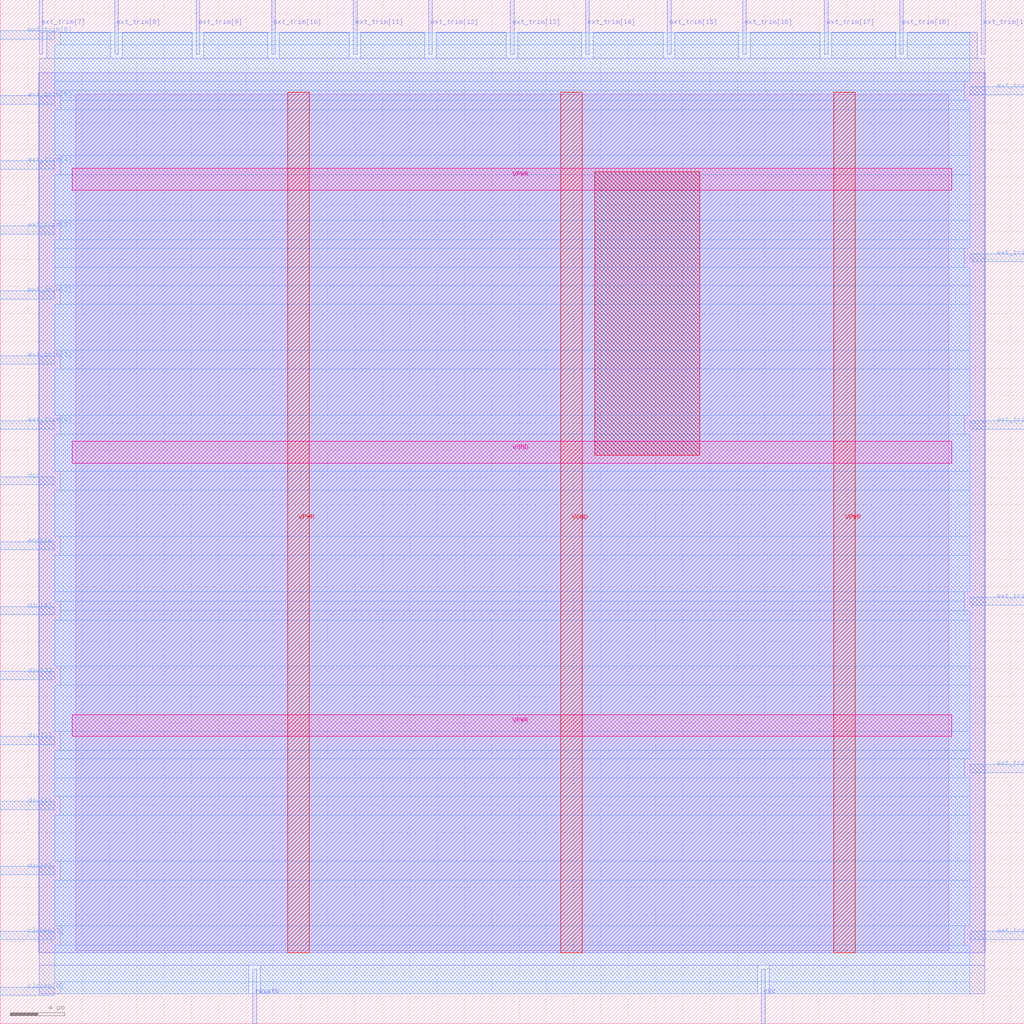
<source format=lef>
VERSION 5.7 ;
  NOWIREEXTENSIONATPIN ON ;
  DIVIDERCHAR "/" ;
  BUSBITCHARS "[]" ;
MACRO digital_pll
  CLASS BLOCK ;
  FOREIGN digital_pll ;
  ORIGIN 0.000 0.000 ;
  SIZE 75.000 BY 75.000 ;
  PIN VGND
    DIRECTION INOUT ;
    USE GROUND ;
    PORT
      LAYER met4 ;
        RECT 41.040 5.200 42.640 68.240 ;
    END
    PORT
      LAYER met5 ;
        RECT 5.280 41.050 69.700 42.650 ;
    END
  END VGND
  PIN VPWR
    DIRECTION INOUT ;
    USE POWER ;
    PORT
      LAYER met4 ;
        RECT 21.040 5.200 22.640 68.240 ;
    END
    PORT
      LAYER met4 ;
        RECT 61.040 5.200 62.640 68.240 ;
    END
    PORT
      LAYER met5 ;
        RECT 5.280 21.050 69.700 22.650 ;
    END
    PORT
      LAYER met5 ;
        RECT 5.280 61.050 69.700 62.650 ;
    END
  END VPWR
  PIN clockp[0]
    DIRECTION OUTPUT TRISTATE ;
    USE SIGNAL ;
    PORT
      LAYER met3 ;
        RECT 0.000 2.080 4.000 2.680 ;
    END
  END clockp[0]
  PIN clockp[1]
    DIRECTION OUTPUT TRISTATE ;
    USE SIGNAL ;
    PORT
      LAYER met3 ;
        RECT 0.000 6.160 4.000 6.760 ;
    END
  END clockp[1]
  PIN dco
    DIRECTION INPUT ;
    USE SIGNAL ;
    PORT
      LAYER met3 ;
        RECT 0.000 39.480 4.000 40.080 ;
    END
  END dco
  PIN div[0]
    DIRECTION INPUT ;
    USE SIGNAL ;
    PORT
      LAYER met3 ;
        RECT 0.000 10.920 4.000 11.520 ;
    END
  END div[0]
  PIN div[1]
    DIRECTION INPUT ;
    USE SIGNAL ;
    PORT
      LAYER met3 ;
        RECT 0.000 15.680 4.000 16.280 ;
    END
  END div[1]
  PIN div[2]
    DIRECTION INPUT ;
    USE SIGNAL ;
    PORT
      LAYER met3 ;
        RECT 0.000 20.440 4.000 21.040 ;
    END
  END div[2]
  PIN div[3]
    DIRECTION INPUT ;
    USE SIGNAL ;
    PORT
      LAYER met3 ;
        RECT 0.000 25.200 4.000 25.800 ;
    END
  END div[3]
  PIN div[4]
    DIRECTION INPUT ;
    USE SIGNAL ;
    PORT
      LAYER met3 ;
        RECT 0.000 29.960 4.000 30.560 ;
    END
  END div[4]
  PIN enable
    DIRECTION INPUT ;
    USE SIGNAL ;
    PORT
      LAYER met3 ;
        RECT 0.000 34.720 4.000 35.320 ;
    END
  END enable
  PIN ext_trim[0]
    DIRECTION INPUT ;
    USE SIGNAL ;
    PORT
      LAYER met3 ;
        RECT 0.000 43.560 4.000 44.160 ;
    END
  END ext_trim[0]
  PIN ext_trim[10]
    DIRECTION INPUT ;
    USE SIGNAL ;
    PORT
      LAYER met2 ;
        RECT 19.870 71.000 20.150 75.000 ;
    END
  END ext_trim[10]
  PIN ext_trim[11]
    DIRECTION INPUT ;
    USE SIGNAL ;
    PORT
      LAYER met2 ;
        RECT 25.850 71.000 26.130 75.000 ;
    END
  END ext_trim[11]
  PIN ext_trim[12]
    DIRECTION INPUT ;
    USE SIGNAL ;
    PORT
      LAYER met2 ;
        RECT 31.370 71.000 31.650 75.000 ;
    END
  END ext_trim[12]
  PIN ext_trim[13]
    DIRECTION INPUT ;
    USE SIGNAL ;
    PORT
      LAYER met2 ;
        RECT 37.350 71.000 37.630 75.000 ;
    END
  END ext_trim[13]
  PIN ext_trim[14]
    DIRECTION INPUT ;
    USE SIGNAL ;
    PORT
      LAYER met2 ;
        RECT 42.870 71.000 43.150 75.000 ;
    END
  END ext_trim[14]
  PIN ext_trim[15]
    DIRECTION INPUT ;
    USE SIGNAL ;
    PORT
      LAYER met2 ;
        RECT 48.850 71.000 49.130 75.000 ;
    END
  END ext_trim[15]
  PIN ext_trim[16]
    DIRECTION INPUT ;
    USE SIGNAL ;
    PORT
      LAYER met2 ;
        RECT 54.370 71.000 54.650 75.000 ;
    END
  END ext_trim[16]
  PIN ext_trim[17]
    DIRECTION INPUT ;
    USE SIGNAL ;
    PORT
      LAYER met2 ;
        RECT 60.350 71.000 60.630 75.000 ;
    END
  END ext_trim[17]
  PIN ext_trim[18]
    DIRECTION INPUT ;
    USE SIGNAL ;
    PORT
      LAYER met2 ;
        RECT 65.870 71.000 66.150 75.000 ;
    END
  END ext_trim[18]
  PIN ext_trim[19]
    DIRECTION INPUT ;
    USE SIGNAL ;
    PORT
      LAYER met2 ;
        RECT 71.850 71.000 72.130 75.000 ;
    END
  END ext_trim[19]
  PIN ext_trim[1]
    DIRECTION INPUT ;
    USE SIGNAL ;
    PORT
      LAYER met3 ;
        RECT 0.000 48.320 4.000 48.920 ;
    END
  END ext_trim[1]
  PIN ext_trim[20]
    DIRECTION INPUT ;
    USE SIGNAL ;
    PORT
      LAYER met3 ;
        RECT 71.000 68.040 75.000 68.640 ;
    END
  END ext_trim[20]
  PIN ext_trim[21]
    DIRECTION INPUT ;
    USE SIGNAL ;
    PORT
      LAYER met3 ;
        RECT 71.000 55.800 75.000 56.400 ;
    END
  END ext_trim[21]
  PIN ext_trim[22]
    DIRECTION INPUT ;
    USE SIGNAL ;
    PORT
      LAYER met3 ;
        RECT 71.000 43.560 75.000 44.160 ;
    END
  END ext_trim[22]
  PIN ext_trim[23]
    DIRECTION INPUT ;
    USE SIGNAL ;
    PORT
      LAYER met3 ;
        RECT 71.000 30.640 75.000 31.240 ;
    END
  END ext_trim[23]
  PIN ext_trim[24]
    DIRECTION INPUT ;
    USE SIGNAL ;
    PORT
      LAYER met3 ;
        RECT 71.000 18.400 75.000 19.000 ;
    END
  END ext_trim[24]
  PIN ext_trim[25]
    DIRECTION INPUT ;
    USE SIGNAL ;
    PORT
      LAYER met3 ;
        RECT 71.000 6.160 75.000 6.760 ;
    END
  END ext_trim[25]
  PIN ext_trim[2]
    DIRECTION INPUT ;
    USE SIGNAL ;
    PORT
      LAYER met3 ;
        RECT 0.000 53.080 4.000 53.680 ;
    END
  END ext_trim[2]
  PIN ext_trim[3]
    DIRECTION INPUT ;
    USE SIGNAL ;
    PORT
      LAYER met3 ;
        RECT 0.000 57.840 4.000 58.440 ;
    END
  END ext_trim[3]
  PIN ext_trim[4]
    DIRECTION INPUT ;
    USE SIGNAL ;
    PORT
      LAYER met3 ;
        RECT 0.000 62.600 4.000 63.200 ;
    END
  END ext_trim[4]
  PIN ext_trim[5]
    DIRECTION INPUT ;
    USE SIGNAL ;
    PORT
      LAYER met3 ;
        RECT 0.000 67.360 4.000 67.960 ;
    END
  END ext_trim[5]
  PIN ext_trim[6]
    DIRECTION INPUT ;
    USE SIGNAL ;
    PORT
      LAYER met3 ;
        RECT 0.000 72.120 4.000 72.720 ;
    END
  END ext_trim[6]
  PIN ext_trim[7]
    DIRECTION INPUT ;
    USE SIGNAL ;
    PORT
      LAYER met2 ;
        RECT 2.850 71.000 3.130 75.000 ;
    END
  END ext_trim[7]
  PIN ext_trim[8]
    DIRECTION INPUT ;
    USE SIGNAL ;
    PORT
      LAYER met2 ;
        RECT 8.370 71.000 8.650 75.000 ;
    END
  END ext_trim[8]
  PIN ext_trim[9]
    DIRECTION INPUT ;
    USE SIGNAL ;
    PORT
      LAYER met2 ;
        RECT 14.350 71.000 14.630 75.000 ;
    END
  END ext_trim[9]
  PIN osc
    DIRECTION INPUT ;
    USE SIGNAL ;
    PORT
      LAYER met2 ;
        RECT 55.750 0.000 56.030 4.000 ;
    END
  END osc
  PIN resetb
    DIRECTION INPUT ;
    USE SIGNAL ;
    PORT
      LAYER met2 ;
        RECT 18.490 0.000 18.770 4.000 ;
    END
  END resetb
  OBS
      LAYER li1 ;
        RECT 5.520 5.355 69.460 68.085 ;
      LAYER met1 ;
        RECT 2.830 5.200 72.150 69.660 ;
      LAYER met2 ;
        RECT 3.410 70.720 8.090 72.605 ;
        RECT 8.930 70.720 14.070 72.605 ;
        RECT 14.910 70.720 19.590 72.605 ;
        RECT 20.430 70.720 25.570 72.605 ;
        RECT 26.410 70.720 31.090 72.605 ;
        RECT 31.930 70.720 37.070 72.605 ;
        RECT 37.910 70.720 42.590 72.605 ;
        RECT 43.430 70.720 48.570 72.605 ;
        RECT 49.410 70.720 54.090 72.605 ;
        RECT 54.930 70.720 60.070 72.605 ;
        RECT 60.910 70.720 65.590 72.605 ;
        RECT 66.430 70.720 71.570 72.605 ;
        RECT 2.860 4.280 72.120 70.720 ;
        RECT 2.860 2.195 18.210 4.280 ;
        RECT 19.050 2.195 55.470 4.280 ;
        RECT 56.310 2.195 72.120 4.280 ;
      LAYER met3 ;
        RECT 4.400 71.720 71.000 72.585 ;
        RECT 4.000 69.040 71.000 71.720 ;
        RECT 4.000 68.360 70.600 69.040 ;
        RECT 4.400 67.640 70.600 68.360 ;
        RECT 4.400 66.960 71.000 67.640 ;
        RECT 4.000 63.600 71.000 66.960 ;
        RECT 4.400 62.200 71.000 63.600 ;
        RECT 4.000 58.840 71.000 62.200 ;
        RECT 4.400 57.440 71.000 58.840 ;
        RECT 4.000 56.800 71.000 57.440 ;
        RECT 4.000 55.400 70.600 56.800 ;
        RECT 4.000 54.080 71.000 55.400 ;
        RECT 4.400 52.680 71.000 54.080 ;
        RECT 4.000 49.320 71.000 52.680 ;
        RECT 4.400 47.920 71.000 49.320 ;
        RECT 4.000 44.560 71.000 47.920 ;
        RECT 4.400 43.160 70.600 44.560 ;
        RECT 4.000 40.480 71.000 43.160 ;
        RECT 4.400 39.080 71.000 40.480 ;
        RECT 4.000 35.720 71.000 39.080 ;
        RECT 4.400 34.320 71.000 35.720 ;
        RECT 4.000 31.640 71.000 34.320 ;
        RECT 4.000 30.960 70.600 31.640 ;
        RECT 4.400 30.240 70.600 30.960 ;
        RECT 4.400 29.560 71.000 30.240 ;
        RECT 4.000 26.200 71.000 29.560 ;
        RECT 4.400 24.800 71.000 26.200 ;
        RECT 4.000 21.440 71.000 24.800 ;
        RECT 4.400 20.040 71.000 21.440 ;
        RECT 4.000 19.400 71.000 20.040 ;
        RECT 4.000 18.000 70.600 19.400 ;
        RECT 4.000 16.680 71.000 18.000 ;
        RECT 4.400 15.280 71.000 16.680 ;
        RECT 4.000 11.920 71.000 15.280 ;
        RECT 4.400 10.520 71.000 11.920 ;
        RECT 4.000 7.160 71.000 10.520 ;
        RECT 4.400 5.760 70.600 7.160 ;
        RECT 4.000 3.080 71.000 5.760 ;
        RECT 4.400 2.215 71.000 3.080 ;
      LAYER met4 ;
        RECT 43.535 41.655 51.225 62.385 ;
  END
END digital_pll
END LIBRARY


</source>
